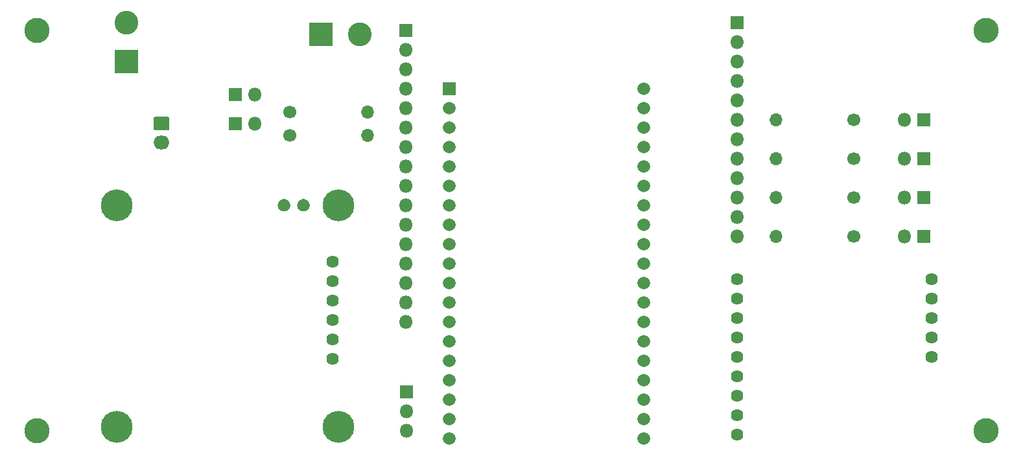
<source format=gbs>
G04 #@! TF.GenerationSoftware,KiCad,Pcbnew,5.1.6-c6e7f7d~87~ubuntu20.04.1*
G04 #@! TF.CreationDate,2020-08-06T14:28:34-04:00*
G04 #@! TF.ProjectId,Onboard_Gateway,4f6e626f-6172-4645-9f47-617465776179,Leonardo Ward*
G04 #@! TF.SameCoordinates,Original*
G04 #@! TF.FileFunction,Soldermask,Bot*
G04 #@! TF.FilePolarity,Negative*
%FSLAX46Y46*%
G04 Gerber Fmt 4.6, Leading zero omitted, Abs format (unit mm)*
G04 Created by KiCad (PCBNEW 5.1.6-c6e7f7d~87~ubuntu20.04.1) date 2020-08-06 14:28:34*
%MOMM*%
%LPD*%
G01*
G04 APERTURE LIST*
%ADD10C,3.300000*%
%ADD11C,0.100000*%
%ADD12C,1.624000*%
%ADD13C,4.164000*%
%ADD14R,1.800000X1.800000*%
%ADD15O,1.800000X1.800000*%
%ADD16R,3.100000X3.100000*%
%ADD17C,3.100000*%
%ADD18R,1.660000X1.660000*%
%ADD19C,1.660000*%
%ADD20O,2.100000X1.800000*%
%ADD21O,1.700000X1.700000*%
%ADD22C,1.700000*%
G04 APERTURE END LIST*
D10*
X101600000Y-121412000D03*
X225552000Y-121412000D03*
X225552000Y-69088000D03*
X101600000Y-69088000D03*
D11*
G36*
X133900290Y-91137159D02*
G01*
X133974709Y-91144488D01*
X133979564Y-91145208D01*
X134052906Y-91159797D01*
X134057665Y-91160989D01*
X134129224Y-91182696D01*
X134133844Y-91184349D01*
X134202931Y-91212966D01*
X134207367Y-91215064D01*
X134273316Y-91250315D01*
X134277524Y-91252837D01*
X134339701Y-91294382D01*
X134343643Y-91297305D01*
X134401448Y-91344744D01*
X134405083Y-91348040D01*
X134457960Y-91400917D01*
X134461256Y-91404552D01*
X134508695Y-91462357D01*
X134511618Y-91466299D01*
X134553163Y-91528476D01*
X134555685Y-91532684D01*
X134590936Y-91598633D01*
X134593034Y-91603069D01*
X134621651Y-91672156D01*
X134623304Y-91676776D01*
X134645011Y-91748335D01*
X134646203Y-91753094D01*
X134660792Y-91826436D01*
X134661512Y-91831291D01*
X134668841Y-91905710D01*
X134669082Y-91910610D01*
X134669082Y-91985390D01*
X134668841Y-91990290D01*
X134661512Y-92064709D01*
X134660792Y-92069564D01*
X134646203Y-92142906D01*
X134645011Y-92147665D01*
X134623304Y-92219224D01*
X134621651Y-92223844D01*
X134593034Y-92292931D01*
X134590936Y-92297367D01*
X134555685Y-92363316D01*
X134553163Y-92367524D01*
X134511618Y-92429701D01*
X134508695Y-92433643D01*
X134461256Y-92491448D01*
X134457960Y-92495083D01*
X134405083Y-92547960D01*
X134401448Y-92551256D01*
X134343643Y-92598695D01*
X134339701Y-92601618D01*
X134277524Y-92643163D01*
X134273316Y-92645685D01*
X134207367Y-92680936D01*
X134202931Y-92683034D01*
X134133844Y-92711651D01*
X134129224Y-92713304D01*
X134057665Y-92735011D01*
X134052906Y-92736203D01*
X133979564Y-92750792D01*
X133974709Y-92751512D01*
X133900290Y-92758841D01*
X133895390Y-92759082D01*
X133820610Y-92759082D01*
X133815710Y-92758841D01*
X133741291Y-92751512D01*
X133736436Y-92750792D01*
X133663094Y-92736203D01*
X133658335Y-92735011D01*
X133586776Y-92713304D01*
X133582156Y-92711651D01*
X133513069Y-92683034D01*
X133508633Y-92680936D01*
X133442684Y-92645685D01*
X133438476Y-92643163D01*
X133376299Y-92601618D01*
X133372357Y-92598695D01*
X133314552Y-92551256D01*
X133310917Y-92547960D01*
X133258040Y-92495083D01*
X133254744Y-92491448D01*
X133207305Y-92433643D01*
X133204382Y-92429701D01*
X133162837Y-92367524D01*
X133160315Y-92363316D01*
X133125064Y-92297367D01*
X133122966Y-92292931D01*
X133094349Y-92223844D01*
X133092696Y-92219224D01*
X133070989Y-92147665D01*
X133069797Y-92142906D01*
X133055208Y-92069564D01*
X133054488Y-92064709D01*
X133047159Y-91990290D01*
X133046918Y-91985390D01*
X133046918Y-91910610D01*
X133047159Y-91905710D01*
X133054488Y-91831291D01*
X133055208Y-91826436D01*
X133069797Y-91753094D01*
X133070989Y-91748335D01*
X133092696Y-91676776D01*
X133094349Y-91672156D01*
X133122966Y-91603069D01*
X133125064Y-91598633D01*
X133160315Y-91532684D01*
X133162837Y-91528476D01*
X133204382Y-91466299D01*
X133207305Y-91462357D01*
X133254744Y-91404552D01*
X133258040Y-91400917D01*
X133310917Y-91348040D01*
X133314552Y-91344744D01*
X133372357Y-91297305D01*
X133376299Y-91294382D01*
X133438476Y-91252837D01*
X133442684Y-91250315D01*
X133508633Y-91215064D01*
X133513069Y-91212966D01*
X133582156Y-91184349D01*
X133586776Y-91182696D01*
X133658335Y-91160989D01*
X133663094Y-91159797D01*
X133736436Y-91145208D01*
X133741291Y-91144488D01*
X133815710Y-91137159D01*
X133820610Y-91136918D01*
X133895390Y-91136918D01*
X133900290Y-91137159D01*
G37*
G36*
X136440290Y-91137159D02*
G01*
X136514709Y-91144488D01*
X136519564Y-91145208D01*
X136592906Y-91159797D01*
X136597665Y-91160989D01*
X136669224Y-91182696D01*
X136673844Y-91184349D01*
X136742931Y-91212966D01*
X136747367Y-91215064D01*
X136813316Y-91250315D01*
X136817524Y-91252837D01*
X136879701Y-91294382D01*
X136883643Y-91297305D01*
X136941448Y-91344744D01*
X136945083Y-91348040D01*
X136997960Y-91400917D01*
X137001256Y-91404552D01*
X137048695Y-91462357D01*
X137051618Y-91466299D01*
X137093163Y-91528476D01*
X137095685Y-91532684D01*
X137130936Y-91598633D01*
X137133034Y-91603069D01*
X137161651Y-91672156D01*
X137163304Y-91676776D01*
X137185011Y-91748335D01*
X137186203Y-91753094D01*
X137200792Y-91826436D01*
X137201512Y-91831291D01*
X137208841Y-91905710D01*
X137209082Y-91910610D01*
X137209082Y-91985390D01*
X137208841Y-91990290D01*
X137201512Y-92064709D01*
X137200792Y-92069564D01*
X137186203Y-92142906D01*
X137185011Y-92147665D01*
X137163304Y-92219224D01*
X137161651Y-92223844D01*
X137133034Y-92292931D01*
X137130936Y-92297367D01*
X137095685Y-92363316D01*
X137093163Y-92367524D01*
X137051618Y-92429701D01*
X137048695Y-92433643D01*
X137001256Y-92491448D01*
X136997960Y-92495083D01*
X136945083Y-92547960D01*
X136941448Y-92551256D01*
X136883643Y-92598695D01*
X136879701Y-92601618D01*
X136817524Y-92643163D01*
X136813316Y-92645685D01*
X136747367Y-92680936D01*
X136742931Y-92683034D01*
X136673844Y-92711651D01*
X136669224Y-92713304D01*
X136597665Y-92735011D01*
X136592906Y-92736203D01*
X136519564Y-92750792D01*
X136514709Y-92751512D01*
X136440290Y-92758841D01*
X136435390Y-92759082D01*
X136360610Y-92759082D01*
X136355710Y-92758841D01*
X136281291Y-92751512D01*
X136276436Y-92750792D01*
X136203094Y-92736203D01*
X136198335Y-92735011D01*
X136126776Y-92713304D01*
X136122156Y-92711651D01*
X136053069Y-92683034D01*
X136048633Y-92680936D01*
X135982684Y-92645685D01*
X135978476Y-92643163D01*
X135916299Y-92601618D01*
X135912357Y-92598695D01*
X135854552Y-92551256D01*
X135850917Y-92547960D01*
X135798040Y-92495083D01*
X135794744Y-92491448D01*
X135747305Y-92433643D01*
X135744382Y-92429701D01*
X135702837Y-92367524D01*
X135700315Y-92363316D01*
X135665064Y-92297367D01*
X135662966Y-92292931D01*
X135634349Y-92223844D01*
X135632696Y-92219224D01*
X135610989Y-92147665D01*
X135609797Y-92142906D01*
X135595208Y-92069564D01*
X135594488Y-92064709D01*
X135587159Y-91990290D01*
X135586918Y-91985390D01*
X135586918Y-91910610D01*
X135587159Y-91905710D01*
X135594488Y-91831291D01*
X135595208Y-91826436D01*
X135609797Y-91753094D01*
X135610989Y-91748335D01*
X135632696Y-91676776D01*
X135634349Y-91672156D01*
X135662966Y-91603069D01*
X135665064Y-91598633D01*
X135700315Y-91532684D01*
X135702837Y-91528476D01*
X135744382Y-91466299D01*
X135747305Y-91462357D01*
X135794744Y-91404552D01*
X135798040Y-91400917D01*
X135850917Y-91348040D01*
X135854552Y-91344744D01*
X135912357Y-91297305D01*
X135916299Y-91294382D01*
X135978476Y-91252837D01*
X135982684Y-91250315D01*
X136048633Y-91215064D01*
X136053069Y-91212966D01*
X136122156Y-91184349D01*
X136126776Y-91182696D01*
X136198335Y-91160989D01*
X136203094Y-91159797D01*
X136276436Y-91145208D01*
X136281291Y-91144488D01*
X136355710Y-91137159D01*
X136360610Y-91136918D01*
X136435390Y-91136918D01*
X136440290Y-91137159D01*
G37*
D12*
X140208000Y-99314000D03*
X140208000Y-101854000D03*
X140208000Y-104394000D03*
X140208000Y-106934000D03*
X140208000Y-109474000D03*
X140208000Y-112014000D03*
D13*
X112014000Y-91948000D03*
X112014000Y-120904000D03*
X140970000Y-120904000D03*
X140970000Y-91948000D03*
D12*
X193040000Y-101600000D03*
X193040000Y-104140000D03*
X193040000Y-106680000D03*
X193040000Y-109220000D03*
X193040000Y-111760000D03*
X193040000Y-114300000D03*
X193040000Y-116840000D03*
X193040000Y-119380000D03*
X193040000Y-121920000D03*
X218440000Y-111760000D03*
X218440000Y-109220000D03*
X218440000Y-106680000D03*
X218440000Y-104140000D03*
X218440000Y-101600000D03*
D14*
X127508000Y-81280000D03*
D15*
X130048000Y-81280000D03*
D14*
X127508000Y-77470000D03*
D15*
X130048000Y-77470000D03*
D14*
X149860000Y-116332000D03*
D15*
X149860000Y-118872000D03*
X149860000Y-121412000D03*
D16*
X113284000Y-73152000D03*
D17*
X113284000Y-68072000D03*
D18*
X155448000Y-76760000D03*
D19*
X155448000Y-79300000D03*
X155448000Y-122480000D03*
X155448000Y-81840000D03*
X155448000Y-84380000D03*
X155448000Y-86920000D03*
X155448000Y-89460000D03*
X155448000Y-92000000D03*
X155448000Y-94540000D03*
X155448000Y-97080000D03*
X155448000Y-99620000D03*
X155448000Y-102160000D03*
X155448000Y-104700000D03*
X155448000Y-107240000D03*
X155448000Y-109780000D03*
X155448000Y-112320000D03*
X155448000Y-114860000D03*
X155448000Y-117400000D03*
X155448000Y-119940000D03*
X180848000Y-76760000D03*
X180848000Y-79300000D03*
X180848000Y-81840000D03*
X180848000Y-84380000D03*
X180848000Y-86920000D03*
X180848000Y-89460000D03*
X180848000Y-92000000D03*
X180848000Y-94540000D03*
X180848000Y-97080000D03*
X180848000Y-99620000D03*
X180848000Y-102160000D03*
X180848000Y-104700000D03*
X180848000Y-107240000D03*
X180848000Y-109780000D03*
X180848000Y-112320000D03*
X180848000Y-114860000D03*
X180848000Y-117400000D03*
X180848000Y-119940000D03*
X180848000Y-122480000D03*
G36*
G01*
X117070706Y-80380000D02*
X118641294Y-80380000D01*
G75*
G02*
X118906000Y-80644706I0J-264706D01*
G01*
X118906000Y-81915294D01*
G75*
G02*
X118641294Y-82180000I-264706J0D01*
G01*
X117070706Y-82180000D01*
G75*
G02*
X116806000Y-81915294I0J264706D01*
G01*
X116806000Y-80644706D01*
G75*
G02*
X117070706Y-80380000I264706J0D01*
G01*
G37*
D20*
X117856000Y-83780000D03*
D16*
X138684000Y-69596000D03*
D17*
X143764000Y-69596000D03*
D21*
X144780000Y-79756000D03*
D22*
X134620000Y-79756000D03*
X134620000Y-82804000D03*
D21*
X144780000Y-82804000D03*
D14*
X149783800Y-69113400D03*
D15*
X149783800Y-71653400D03*
X149783800Y-74193400D03*
X149783800Y-76733400D03*
X149783800Y-79273400D03*
X149783800Y-81813400D03*
X149783800Y-84353400D03*
X149783800Y-86893400D03*
X149783800Y-89433400D03*
X149783800Y-91973400D03*
X149783800Y-94513400D03*
X149783800Y-97053400D03*
X149783800Y-99593400D03*
X149783800Y-102133400D03*
X149783800Y-104673400D03*
X149783800Y-107213400D03*
D14*
X193040000Y-68072000D03*
D15*
X193040000Y-70612000D03*
X193040000Y-73152000D03*
X193040000Y-75692000D03*
X193040000Y-78232000D03*
X193040000Y-80772000D03*
X193040000Y-83312000D03*
X193040000Y-85852000D03*
X193040000Y-88392000D03*
X193040000Y-90932000D03*
X193040000Y-93472000D03*
X193040000Y-96012000D03*
D14*
X217424000Y-80772000D03*
D15*
X214884000Y-80772000D03*
X214884000Y-85852000D03*
D14*
X217424000Y-85852000D03*
X217424000Y-96012000D03*
D15*
X214884000Y-96012000D03*
X214884000Y-90932000D03*
D14*
X217424000Y-90932000D03*
D21*
X198120000Y-80772000D03*
D22*
X208280000Y-80772000D03*
X208280000Y-85852000D03*
D21*
X198120000Y-85852000D03*
D22*
X208280000Y-96012000D03*
D21*
X198120000Y-96012000D03*
X198120000Y-90932000D03*
D22*
X208280000Y-90932000D03*
M02*

</source>
